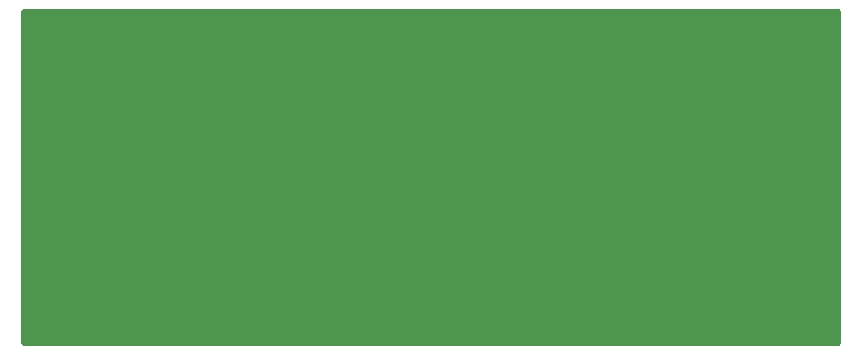
<source format=gbr>
G04 #@! TF.FileFunction,Copper,L2,Bot,Signal*
%FSLAX46Y46*%
G04 Gerber Fmt 4.6, Leading zero omitted, Abs format (unit mm)*
G04 Created by KiCad (PCBNEW 4.0.4-stable) date Sunday, October 16, 2016 'AMt' 09:48:37 AM*
%MOMM*%
%LPD*%
G01*
G04 APERTURE LIST*
%ADD10C,0.100000*%
%ADD11C,0.600000*%
%ADD12C,0.254000*%
G04 APERTURE END LIST*
D10*
D11*
X149098000Y-78740000D03*
X157784800Y-95961200D03*
X165862000Y-97917000D03*
X152146000Y-84709000D03*
X158369000Y-82550000D03*
X141986000Y-101981000D03*
X172643800Y-93700600D03*
X117906800Y-96926400D03*
X121996200Y-86690200D03*
X177901600Y-94538800D03*
D12*
G36*
X185231082Y-77058878D02*
X185286255Y-77095745D01*
X185323121Y-77150918D01*
X185345000Y-77260911D01*
X185345000Y-105111089D01*
X185323121Y-105221082D01*
X185286255Y-105276255D01*
X185231082Y-105313122D01*
X185121090Y-105335000D01*
X116376911Y-105335000D01*
X116266918Y-105313121D01*
X116211745Y-105276255D01*
X116174878Y-105221082D01*
X116153000Y-105111090D01*
X116153000Y-77260910D01*
X116174878Y-77150918D01*
X116211745Y-77095745D01*
X116266918Y-77058879D01*
X116376911Y-77037000D01*
X185121090Y-77037000D01*
X185231082Y-77058878D01*
X185231082Y-77058878D01*
G37*
X185231082Y-77058878D02*
X185286255Y-77095745D01*
X185323121Y-77150918D01*
X185345000Y-77260911D01*
X185345000Y-105111089D01*
X185323121Y-105221082D01*
X185286255Y-105276255D01*
X185231082Y-105313122D01*
X185121090Y-105335000D01*
X116376911Y-105335000D01*
X116266918Y-105313121D01*
X116211745Y-105276255D01*
X116174878Y-105221082D01*
X116153000Y-105111090D01*
X116153000Y-77260910D01*
X116174878Y-77150918D01*
X116211745Y-77095745D01*
X116266918Y-77058879D01*
X116376911Y-77037000D01*
X185121090Y-77037000D01*
X185231082Y-77058878D01*
M02*

</source>
